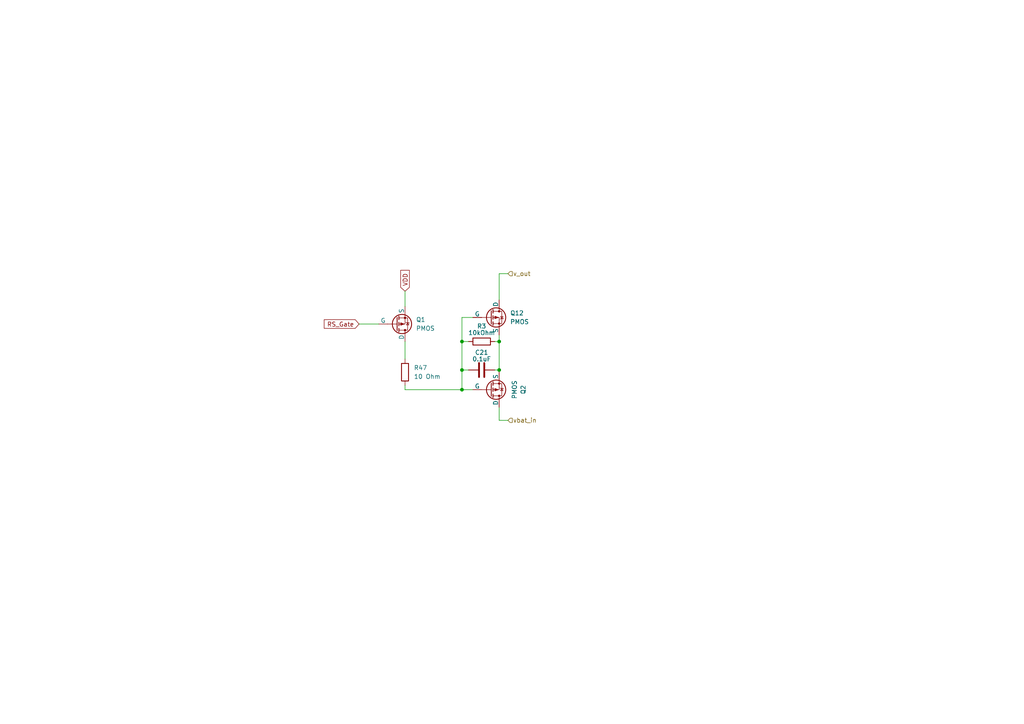
<source format=kicad_sch>
(kicad_sch (version 20230121) (generator eeschema)
  (paper "A4")
  (lib_symbols
    (symbol "Device:C" (pin_numbers hide) (pin_names (offset 0.254))
      (property "Reference" "C" (at 0.635 2.54 0))
      (property "Value" "C" (at 0.635 -2.54 0))
      (symbol "C_0_1"
        (polyline (pts (xy -2.032 -0.762) (xy 2.032 -0.762)) (stroke (width 0.508)))
        (polyline (pts (xy -2.032 0.762) (xy 2.032 0.762)) (stroke (width 0.508)))
      )
      (symbol "C_1_1"
        (pin passive line (at 0 3.81 270) (length 2.794) (name "~") (number "1"))
        (pin passive line (at 0 -3.81 90) (length 2.794) (name "~") (number "2"))
      )
    )
    (symbol "Device:R" (pin_numbers hide) (pin_names (offset 0))
      (property "Reference" "R" (at 2.032 0 90))
      (property "Value" "R" (at 0 0 90))
      (symbol "R_0_1"
        (rectangle (start -1.016 -2.54) (end 1.016 2.54) (stroke (width 0.254)))
      )
      (symbol "R_1_1"
        (pin passive line (at 0 3.81 270) (length 1.27) (name "~") (number "1"))
        (pin passive line (at 0 -3.81 90) (length 1.27) (name "~") (number "2"))
      )
    )
    (symbol "Simulation_SPICE:PMOS" (pin_numbers hide) (pin_names (offset 0))
      (property "Reference" "Q" (at 5.08 1.27 0))
      (property "Value" "PMOS" (at 5.08 -1.27 0))
      (symbol "PMOS_0_1"
        (polyline (pts (xy 0.254 0) (xy -2.54 0)))
        (polyline (pts (xy 0.254 1.905) (xy 0.254 -1.905)) (stroke (width 0.254)))
        (polyline (pts (xy 0.762 -1.27) (xy 0.762 -2.286)) (stroke (width 0.254)))
        (polyline (pts (xy 0.762 0.508) (xy 0.762 -0.508)) (stroke (width 0.254)))
        (polyline (pts (xy 0.762 2.286) (xy 0.762 1.27)) (stroke (width 0.254)))
        (polyline (pts (xy 2.54 2.54) (xy 2.54 1.778)))
        (polyline (pts (xy 2.54 -2.54) (xy 2.54 0) (xy 0.762 0)))
        (polyline (pts (xy 0.762 1.778) (xy 3.302 1.778) (xy 3.302 -1.778) (xy 0.762 -1.778)))
        (polyline (pts (xy 2.286 0) (xy 1.27 0.381) (xy 1.27 -0.381) (xy 2.286 0)) (fill (type outline)))
        (polyline (pts (xy 2.794 -0.508) (xy 2.921 -0.381) (xy 3.683 -0.381) (xy 3.81 -0.254)))
        (polyline (pts (xy 3.302 -0.381) (xy 2.921 0.254) (xy 3.683 0.254) (xy 3.302 -0.381)))
        (circle (center 1.651 0) (radius 2.794) (stroke (width 0.254)))
        (circle (center 2.54 -1.778) (radius 0.254) (fill (type outline)))
        (circle (center 2.54 1.778) (radius 0.254) (fill (type outline)))
      )
      (symbol "PMOS_1_1"
        (pin passive line (at 2.54 5.08 270) (length 2.54) (name "D") (number "1"))
        (pin input line (at -5.08 0 0) (length 2.54) (name "G") (number "2"))
        (pin passive line (at 2.54 -5.08 90) (length 2.54) (name "S") (number "3"))
      )
    )
  )
  (junction (at 144.78 99.06))
  (junction (at 133.985 99.06))
  (junction (at 133.985 113.03))
  (junction (at 133.985 107.315))
  (junction (at 144.78 107.315))
  (wire (pts (xy 117.475 113.03) (xy 133.985 113.03)))
  (wire (pts (xy 104.14 93.98) (xy 109.855 93.98)))
  (wire (pts (xy 133.985 107.315) (xy 133.985 113.03)))
  (wire (pts (xy 117.475 113.03) (xy 117.475 111.76)))
  (wire (pts (xy 117.475 84.455) (xy 117.475 88.9)))
  (wire (pts (xy 144.78 118.11) (xy 144.78 121.92)))
  (wire (pts (xy 143.51 107.315) (xy 144.78 107.315)))
  (wire (pts (xy 133.985 107.315) (xy 135.89 107.315)))
  (wire (pts (xy 135.89 99.06) (xy 133.985 99.06)))
  (wire (pts (xy 137.16 92.075) (xy 133.985 92.075)))
  (wire (pts (xy 133.985 99.06) (xy 133.985 107.315)))
  (wire (pts (xy 117.475 104.14) (xy 117.475 99.06)))
  (wire (pts (xy 144.78 86.995) (xy 144.78 79.375)))
  (wire (pts (xy 144.78 99.06) (xy 144.78 107.315)))
  (wire (pts (xy 133.985 92.075) (xy 133.985 99.06)))
  (wire (pts (xy 143.51 99.06) (xy 144.78 99.06)))
  (wire (pts (xy 144.78 121.92) (xy 147.32 121.92)))
  (wire (pts (xy 144.78 79.375) (xy 147.32 79.375)))
  (wire (pts (xy 144.78 97.155) (xy 144.78 99.06)))
  (wire (pts (xy 133.985 113.03) (xy 137.16 113.03)))
  (wire (pts (xy 144.78 107.315) (xy 144.78 107.95)))
  (global_label "RS_Gate" (shape input) (at 104.14 93.98 180) (property "Intersheetrefs" "${INTERSHEET_REFS}" (effects hide)))
  (global_label "VDD" (shape input) (at 117.475 84.455 90) (property "Intersheetrefs" "${INTERSHEET_REFS}" (effects hide)))
  (hierarchical_label "v_out" (shape input) (at 147.32 79.375 0))
  (hierarchical_label "vbat_in" (shape input) (at 147.32 121.92 0))
  (symbol (lib_id "Simulation_SPICE:PMOS") (at 142.24 92.075 0) (unit 1)
    (property "Reference" "Q12" (at 147.955 90.805 0) (effects (justify left)))
    (property "Value" "PMOS" (at 147.955 93.345 0) (effects (justify left)))
    (property "Datasheet" "https://ngspice.sourceforge.io/docs/ngspice-manual.pdf" (effects hide))
    (property "Sim.Device" "PMOS" (effects hide))
    (property "Sim.Type" "VDMOS" (effects hide))
    (property "Sim.Pins" "1=D 2=G 3=S" (effects hide))
    (instances (project "Payload_PCB" (path "" (reference "Q12") (unit 1)) (path "" (reference "Q14") (unit 1)) (path "" (reference "Q17") (unit 1)) (path "" (reference "Q21") (unit 1)) (path "" (reference "Q24") (unit 1))))
  )
  (symbol (lib_id "Simulation_SPICE:PMOS") (at 114.935 93.98 0) (mirror x) (unit 1)
    (property "Reference" "Q1" (at 120.65 92.71 0) (effects (justify left)))
    (property "Value" "PMOS" (at 120.65 95.25 0) (effects (justify left)))
    (property "Datasheet" "https://ngspice.sourceforge.io/docs/ngspice-manual.pdf" (effects hide))
    (property "Sim.Device" "PMOS" (effects hide))
    (property "Sim.Type" "VDMOS" (effects hide))
    (property "Sim.Pins" "1=D 2=G 3=S" (effects hide))
    (instances (project "Payload_PCB" (path "" (reference "Q1") (unit 1)) (path "" (reference "Q13") (unit 1)) (path "" (reference "Q16") (unit 1)) (path "" (reference "Q20") (unit 1)) (path "" (reference "Q23") (unit 1))))
  )
  (symbol (lib_id "Device:R") (at 139.7 99.06 90) (unit 1)
    (property "Reference" "R3" (at 139.7 94.615 90))
    (property "Value" "10kOhm" (at 139.7 96.52 90))
    (instances (project "Payload_PCB" (path "" (reference "R3") (unit 1)) (path "" (reference "R59") (unit 1)) (path "" (reference "R63") (unit 1)) (path "" (reference "R71") (unit 1)) (path "" (reference "R73") (unit 1))))
  )
  (symbol (lib_id "Simulation_SPICE:PMOS") (at 142.24 113.03 0) (mirror x) (unit 1)
    (property "Reference" "Q2" (at 151.765 113.03 90))
    (property "Value" "PMOS" (at 149.225 113.03 90))
    (property "Datasheet" "https://ngspice.sourceforge.io/docs/ngspice-manual.pdf" (effects hide))
    (property "Sim.Device" "PMOS" (effects hide))
    (property "Sim.Type" "VDMOS" (effects hide))
    (property "Sim.Pins" "1=D 2=G 3=S" (effects hide))
    (instances (project "Payload_PCB" (path "" (reference "Q2") (unit 1)) (path "" (reference "Q15") (unit 1)) (path "" (reference "Q18") (unit 1)) (path "" (reference "Q22") (unit 1)) (path "" (reference "Q25") (unit 1))))
  )
  (symbol (lib_id "Device:C") (at 139.7 107.315 270) (unit 1)
    (property "Reference" "C21" (at 139.7 102.235 90))
    (property "Value" "0.1uF" (at 139.7 104.14 90))
    (instances (project "Payload_PCB" (path "" (reference "C21") (unit 1)) (path "" (reference "C22") (unit 1)) (path "" (reference "C23") (unit 1)) (path "" (reference "C27") (unit 1)) (path "" (reference "C28") (unit 1))))
  )
  (symbol (lib_id "Device:R") (at 117.475 107.95 0) (unit 1)
    (property "Reference" "R47" (at 120.015 106.68 0) (effects (justify left)))
    (property "Value" "10 Ohm" (at 120.015 109.22 0) (effects (justify left)))
    (instances (project "Payload_PCB" (path "" (reference "R47") (unit 1)) (path "" (reference "R58") (unit 1)) (path "" (reference "R62") (unit 1)) (path "" (reference "R70") (unit 1)) (path "" (reference "R72") (unit 1))))
  )
)
</source>
